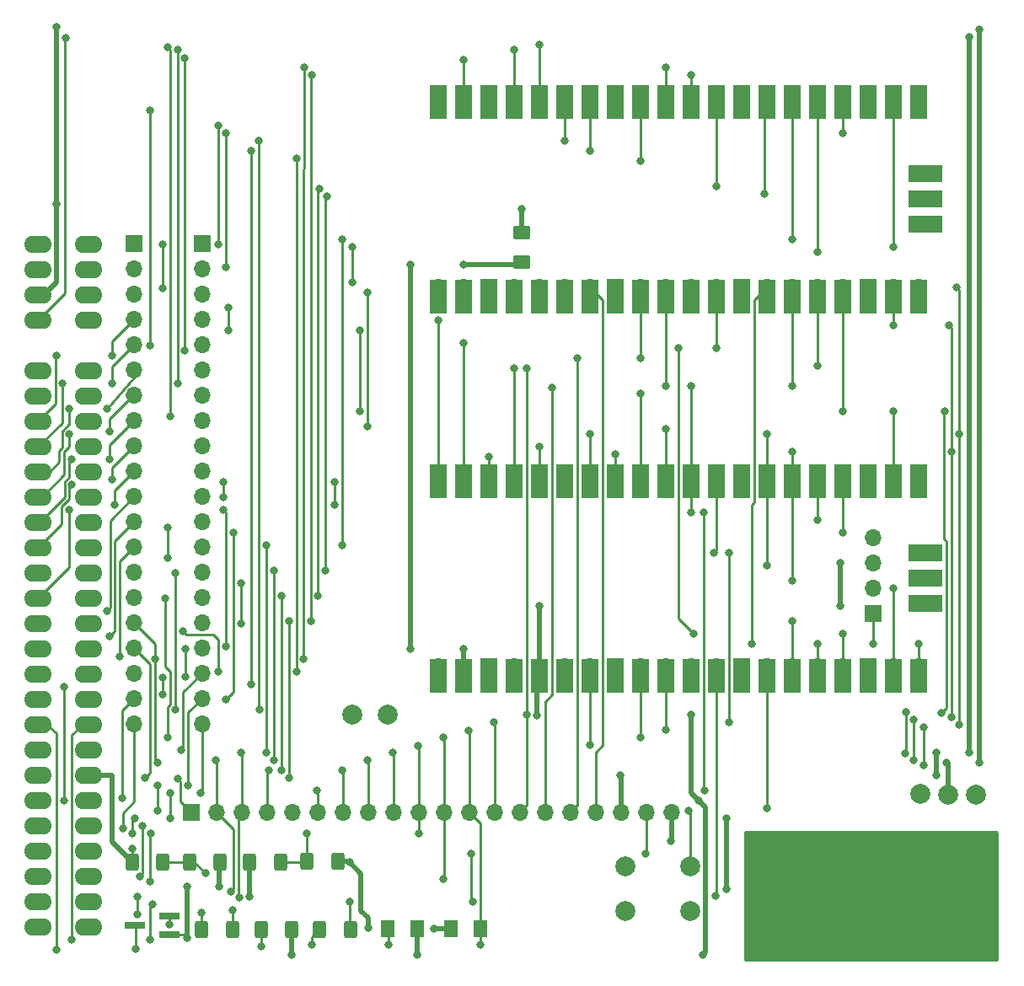
<source format=gbl>
%TF.GenerationSoftware,KiCad,Pcbnew,6.0.11-2627ca5db0~126~ubuntu22.04.1*%
%TF.CreationDate,2024-03-13T14:52:50+00:00*%
%TF.ProjectId,zx-spectrum-diagnostics,7a782d73-7065-4637-9472-756d2d646961,1.2*%
%TF.SameCoordinates,Original*%
%TF.FileFunction,Copper,L2,Bot*%
%TF.FilePolarity,Positive*%
%FSLAX46Y46*%
G04 Gerber Fmt 4.6, Leading zero omitted, Abs format (unit mm)*
G04 Created by KiCad (PCBNEW 6.0.11-2627ca5db0~126~ubuntu22.04.1) date 2024-03-13 14:52:50*
%MOMM*%
%LPD*%
G01*
G04 APERTURE LIST*
G04 Aperture macros list*
%AMRoundRect*
0 Rectangle with rounded corners*
0 $1 Rounding radius*
0 $2 $3 $4 $5 $6 $7 $8 $9 X,Y pos of 4 corners*
0 Add a 4 corners polygon primitive as box body*
4,1,4,$2,$3,$4,$5,$6,$7,$8,$9,$2,$3,0*
0 Add four circle primitives for the rounded corners*
1,1,$1+$1,$2,$3*
1,1,$1+$1,$4,$5*
1,1,$1+$1,$6,$7*
1,1,$1+$1,$8,$9*
0 Add four rect primitives between the rounded corners*
20,1,$1+$1,$2,$3,$4,$5,0*
20,1,$1+$1,$4,$5,$6,$7,0*
20,1,$1+$1,$6,$7,$8,$9,0*
20,1,$1+$1,$8,$9,$2,$3,0*%
G04 Aperture macros list end*
%TA.AperFunction,ComponentPad*%
%ADD10C,2.000000*%
%TD*%
%TA.AperFunction,ComponentPad*%
%ADD11R,1.700000X1.700000*%
%TD*%
%TA.AperFunction,ComponentPad*%
%ADD12O,1.700000X1.700000*%
%TD*%
%TA.AperFunction,ComponentPad*%
%ADD13O,2.800000X1.727200*%
%TD*%
%TA.AperFunction,SMDPad,CuDef*%
%ADD14RoundRect,0.250000X-0.400000X-0.625000X0.400000X-0.625000X0.400000X0.625000X-0.400000X0.625000X0*%
%TD*%
%TA.AperFunction,SMDPad,CuDef*%
%ADD15RoundRect,0.250000X0.400000X0.625000X-0.400000X0.625000X-0.400000X-0.625000X0.400000X-0.625000X0*%
%TD*%
%TA.AperFunction,SMDPad,CuDef*%
%ADD16R,2.000000X0.650000*%
%TD*%
%TA.AperFunction,SMDPad,CuDef*%
%ADD17RoundRect,0.250001X0.462499X0.624999X-0.462499X0.624999X-0.462499X-0.624999X0.462499X-0.624999X0*%
%TD*%
%TA.AperFunction,SMDPad,CuDef*%
%ADD18RoundRect,0.250001X0.624999X-0.462499X0.624999X0.462499X-0.624999X0.462499X-0.624999X-0.462499X0*%
%TD*%
%TA.AperFunction,SMDPad,CuDef*%
%ADD19R,1.700000X3.500000*%
%TD*%
%TA.AperFunction,SMDPad,CuDef*%
%ADD20R,3.500000X1.700000*%
%TD*%
%TA.AperFunction,ViaPad*%
%ADD21C,0.800000*%
%TD*%
%TA.AperFunction,Conductor*%
%ADD22C,0.500000*%
%TD*%
%TA.AperFunction,Conductor*%
%ADD23C,0.250000*%
%TD*%
G04 APERTURE END LIST*
D10*
%TO.P,,1*%
%TO.N,P1_BLIPPER*%
X109220000Y-128778000D03*
%TD*%
%TO.P,,1*%
%TO.N,3V3_PICO1*%
X166270000Y-136750000D03*
%TD*%
%TO.P,,1*%
%TO.N,GND*%
X171850000Y-136810000D03*
%TD*%
D11*
%TO.P,J101,1,Pin_1*%
%TO.N,OLED_SDA*%
X161544000Y-118608000D03*
D12*
%TO.P,J101,2,Pin_2*%
%TO.N,OLED_SCK*%
X161544000Y-116068000D03*
%TO.P,J101,3,Pin_3*%
%TO.N,3V3_PICO1*%
X161544000Y-113528000D03*
%TO.P,J101,4,Pin_4*%
%TO.N,GND*%
X161544000Y-110988000D03*
%TD*%
D10*
%TO.P,SW101,1,A*%
%TO.N,GND*%
X143138000Y-148524000D03*
X136638000Y-148524000D03*
%TO.P,SW101,2,B*%
%TO.N,INPUT1*%
X136638000Y-144024000D03*
X143138000Y-144024000D03*
%TD*%
D13*
%TO.P,Z101,A1,A15*%
%TO.N,ZXA15*%
X82738000Y-81504000D03*
%TO.P,Z101,A2,A13*%
%TO.N,ZXA13*%
X82738000Y-84044000D03*
%TO.P,Z101,A3,D7*%
%TO.N,ZXD7*%
X82738000Y-86584000D03*
%TO.P,Z101,A4,NC*%
%TO.N,unconnected-(Z101-PadA4)*%
X82738000Y-89124000D03*
%TO.P,Z101,A6,D0*%
%TO.N,ZXD0*%
X82738000Y-94204000D03*
%TO.P,Z101,A7,D1*%
%TO.N,ZXD1*%
X82738000Y-96744000D03*
%TO.P,Z101,A8,D2*%
%TO.N,ZXD2*%
X82738000Y-99284000D03*
%TO.P,Z101,A9,D6*%
%TO.N,ZXD6*%
X82738000Y-101824000D03*
%TO.P,Z101,A10,D5*%
%TO.N,ZXD5*%
X82738000Y-104364000D03*
%TO.P,Z101,A11,D3*%
%TO.N,ZXD3*%
X82738000Y-106904000D03*
%TO.P,Z101,A12,D4*%
%TO.N,ZXD4*%
X82738000Y-109444000D03*
%TO.P,Z101,A13,~{INT}*%
%TO.N,ZXINT*%
X82738000Y-111984000D03*
%TO.P,Z101,A14,~{NMI}*%
%TO.N,ZXNMI*%
X82738000Y-114524000D03*
%TO.P,Z101,A15,~{HALT}*%
%TO.N,ZXHALT*%
X82738000Y-117064000D03*
%TO.P,Z101,A16,~{MREQ}*%
%TO.N,ZXMREQ*%
X82738000Y-119604000D03*
%TO.P,Z101,A17,~{IORQ}*%
%TO.N,ZXIORQ*%
X82738000Y-122144000D03*
%TO.P,Z101,A18,~{RD}*%
%TO.N,ZXRD*%
X82738000Y-124684000D03*
%TO.P,Z101,A19,~{WR}*%
%TO.N,ZXWR*%
X82738000Y-127224000D03*
%TO.P,Z101,A20,-5V*%
%TO.N,ZXMIN5V*%
X82738000Y-129764000D03*
%TO.P,Z101,A21,~{WAIT}*%
%TO.N,ZXWAIT*%
X82738000Y-132304000D03*
%TO.P,Z101,A22,+12V*%
%TO.N,ZX12V*%
X82738000Y-134844000D03*
%TO.P,Z101,A23,+12VAC*%
%TO.N,ZX12VAC*%
X82738000Y-137384000D03*
%TO.P,Z101,A24,~{M1}*%
%TO.N,ZXM1*%
X82738000Y-139924000D03*
%TO.P,Z101,A25,~{RFSH}*%
%TO.N,ZXRFSH*%
X82738000Y-142464000D03*
%TO.P,Z101,A26,A8*%
%TO.N,ZXA8*%
X82738000Y-145004000D03*
%TO.P,Z101,A27,A10*%
%TO.N,ZXA10*%
X82738000Y-147544000D03*
%TO.P,Z101,A28,NC*%
%TO.N,unconnected-(Z101-PadA28)*%
X82738000Y-150084000D03*
%TO.P,Z101,B1,A14*%
%TO.N,ZXA14*%
X77658000Y-81504000D03*
%TO.P,Z101,B2,A12*%
%TO.N,ZXA12*%
X77658000Y-84044000D03*
%TO.P,Z101,B3,+5v*%
%TO.N,+5V*%
X77658000Y-86584000D03*
%TO.P,Z101,B4,+9V*%
%TO.N,ZX9V*%
X77658000Y-89124000D03*
%TO.P,Z101,B6,GND*%
%TO.N,GND*%
X77658000Y-94204000D03*
%TO.P,Z101,B7,GND*%
X77658000Y-96744000D03*
%TO.P,Z101,B8,CLK*%
%TO.N,ZXCLK*%
X77658000Y-99284000D03*
%TO.P,Z101,B9,A0*%
%TO.N,ZXA0*%
X77658000Y-101824000D03*
%TO.P,Z101,B10,A1*%
%TO.N,ZXA1*%
X77658000Y-104364000D03*
%TO.P,Z101,B11,A2*%
%TO.N,ZXA2*%
X77658000Y-106904000D03*
%TO.P,Z101,B12,A3*%
%TO.N,ZXA3*%
X77658000Y-109444000D03*
%TO.P,Z101,B13,~{IORQGE}*%
%TO.N,ZXIORQGE*%
X77658000Y-111984000D03*
%TO.P,Z101,B14,GND*%
%TO.N,GND*%
X77658000Y-114524000D03*
%TO.P,Z101,B15,VIDEO*%
%TO.N,ZXVIDEO*%
X77658000Y-117064000D03*
%TO.P,Z101,B16,Y*%
%TO.N,ZXY*%
X77658000Y-119604000D03*
%TO.P,Z101,B17,V*%
%TO.N,ZXV*%
X77658000Y-122144000D03*
%TO.P,Z101,B18,U*%
%TO.N,ZXU*%
X77658000Y-124684000D03*
%TO.P,Z101,B19,~{BUSRQ}*%
%TO.N,ZXBUSRQ*%
X77658000Y-127224000D03*
%TO.P,Z101,B20,~{RESET}*%
%TO.N,ZXRESET*%
X77658000Y-129764000D03*
%TO.P,Z101,B21,A7*%
%TO.N,ZXA7*%
X77658000Y-132304000D03*
%TO.P,Z101,B22,A6*%
%TO.N,ZXA6*%
X77658000Y-134844000D03*
%TO.P,Z101,B23,A5*%
%TO.N,ZXA5*%
X77658000Y-137384000D03*
%TO.P,Z101,B24,A4*%
%TO.N,ZXA4*%
X77658000Y-139924000D03*
%TO.P,Z101,B25,~{ROMCS}*%
%TO.N,ZXROMCS*%
X77658000Y-142464000D03*
%TO.P,Z101,B26,~{BUSACK}*%
%TO.N,ZXBUSACK*%
X77658000Y-145004000D03*
%TO.P,Z101,B27,A9*%
%TO.N,ZXA9*%
X77658000Y-147544000D03*
%TO.P,Z101,B28,A11*%
%TO.N,ZXA11*%
X77658000Y-150084000D03*
%TD*%
D10*
%TO.P,,1*%
%TO.N,+5V*%
X169050000Y-136800000D03*
%TD*%
%TO.P,,1*%
%TO.N,P2_BLIPPER*%
X112776000Y-128778000D03*
%TD*%
D11*
%TO.P,J203,1,Pin_1*%
%TO.N,ZXA14*%
X87285000Y-81470000D03*
D12*
%TO.P,J203,2,Pin_2*%
%TO.N,ZXA12*%
X87285000Y-84010000D03*
%TO.P,J203,3,Pin_3*%
%TO.N,+5V*%
X87285000Y-86550000D03*
%TO.P,J203,4,Pin_4*%
%TO.N,ZXCLK*%
X87285000Y-89090000D03*
%TO.P,J203,5,Pin_5*%
%TO.N,ZXA0*%
X87285000Y-91630000D03*
%TO.P,J203,6,Pin_6*%
%TO.N,ZXA1*%
X87285000Y-94170000D03*
%TO.P,J203,7,Pin_7*%
%TO.N,ZXA2*%
X87285000Y-96710000D03*
%TO.P,J203,8,Pin_8*%
%TO.N,ZXA3*%
X87285000Y-99250000D03*
%TO.P,J203,9,Pin_9*%
%TO.N,ZXIORQGE*%
X87285000Y-101790000D03*
%TO.P,J203,10,Pin_10*%
%TO.N,ZXVIDEO*%
X87285000Y-104330000D03*
%TO.P,J203,11,Pin_11*%
%TO.N,ZXY*%
X87285000Y-106870000D03*
%TO.P,J203,12,Pin_12*%
%TO.N,ZXV*%
X87285000Y-109410000D03*
%TO.P,J203,13,Pin_13*%
%TO.N,ZXU*%
X87285000Y-111950000D03*
%TO.P,J203,14,Pin_14*%
%TO.N,ZXBUSRQ*%
X87285000Y-114490000D03*
%TO.P,J203,15,Pin_15*%
%TO.N,ZXRESET*%
X87285000Y-117030000D03*
%TO.P,J203,16,Pin_16*%
%TO.N,ZXA7*%
X87285000Y-119570000D03*
%TO.P,J203,17,Pin_17*%
%TO.N,ZXA6*%
X87285000Y-122110000D03*
%TO.P,J203,18,Pin_18*%
%TO.N,ZXA5*%
X87285000Y-124650000D03*
%TO.P,J203,19,Pin_19*%
%TO.N,ZXA4*%
X87285000Y-127190000D03*
%TO.P,J203,20,Pin_20*%
%TO.N,ZXROMCS*%
X87285000Y-129730000D03*
%TD*%
D14*
%TO.P,R106,1*%
%TO.N,12V_DIV*%
X92820000Y-143560000D03*
%TO.P,R106,2*%
%TO.N,GND*%
X95920000Y-143560000D03*
%TD*%
D15*
%TO.P,R101,1*%
%TO.N,3V3_PICO1*%
X103140000Y-150330000D03*
%TO.P,R101,2*%
%TO.N,MIN5V_DIV*%
X100040000Y-150330000D03*
%TD*%
D11*
%TO.P,J202,1,Pin_1*%
%TO.N,ZXA8*%
X92990000Y-138565000D03*
D12*
%TO.P,J202,2,Pin_2*%
%TO.N,ZXA10*%
X95530000Y-138565000D03*
%TO.P,J202,3,Pin_3*%
%TO.N,ZXA11*%
X98070000Y-138565000D03*
%TO.P,J202,4,Pin_4*%
%TO.N,ZXA9*%
X100610000Y-138565000D03*
%TO.P,J202,5,Pin_5*%
%TO.N,ZXBUSACK*%
X103150000Y-138565000D03*
%TO.P,J202,6,Pin_6*%
%TO.N,PICO_SIGNAL*%
X105690000Y-138565000D03*
%TO.P,J202,7,Pin_7*%
%TO.N,ZXMREQ*%
X108230000Y-138565000D03*
%TO.P,J202,8,Pin_8*%
%TO.N,ZXRD*%
X110770000Y-138565000D03*
%TO.P,J202,9,Pin_9*%
%TO.N,ZXCLK*%
X113310000Y-138565000D03*
%TO.P,J202,10,Pin_10*%
%TO.N,5V_DIV*%
X115850000Y-138565000D03*
%TO.P,J202,11,Pin_11*%
%TO.N,12V_DIV*%
X118390000Y-138565000D03*
%TO.P,J202,12,Pin_12*%
%TO.N,MIN5V_DIV*%
X120930000Y-138565000D03*
%TO.P,J202,13,Pin_13*%
%TO.N,P1_BLIPPER*%
X123470000Y-138565000D03*
%TO.P,J202,14,Pin_14*%
%TO.N,P2_BLIPPER*%
X126010000Y-138565000D03*
%TO.P,J202,15,Pin_15*%
%TO.N,P2_GPIO26*%
X128550000Y-138565000D03*
%TO.P,J202,16,Pin_16*%
%TO.N,P2_GPIO27*%
X131090000Y-138565000D03*
%TO.P,J202,17,Pin_17*%
%TO.N,P2_GPIO28*%
X133630000Y-138565000D03*
%TO.P,J202,18,Pin_18*%
%TO.N,ZX9V*%
X136170000Y-138565000D03*
%TO.P,J202,19,Pin_19*%
%TO.N,ZXMIN5V*%
X138710000Y-138565000D03*
%TO.P,J202,20,Pin_20*%
%TO.N,ZX12V*%
X141250000Y-138565000D03*
%TD*%
D16*
%TO.P,Q101,1,B*%
%TO.N,Net-(Q101-Pad1)*%
X90790000Y-148980000D03*
%TO.P,Q101,2,E*%
%TO.N,GND*%
X90790000Y-150880000D03*
%TO.P,Q101,3,C*%
%TO.N,ZXRESET*%
X87370000Y-149930000D03*
%TD*%
D17*
%TO.P,D102,1,K*%
%TO.N,3V3_PICO1*%
X115747500Y-150290000D03*
%TO.P,D102,2,A*%
%TO.N,MIN5V_DIV*%
X112772500Y-150290000D03*
%TD*%
D14*
%TO.P,R102,1*%
%TO.N,MIN5V_DIV*%
X105900000Y-150320000D03*
%TO.P,R102,2*%
%TO.N,ZXMIN5V*%
X109000000Y-150320000D03*
%TD*%
D15*
%TO.P,R103,1*%
%TO.N,5V_DIV*%
X101990000Y-143590000D03*
%TO.P,R103,2*%
%TO.N,+5V*%
X98890000Y-143590000D03*
%TD*%
%TO.P,R107,1*%
%TO.N,PICO_RESET_Z80*%
X97170000Y-150370000D03*
%TO.P,R107,2*%
%TO.N,Net-(Q101-Pad1)*%
X94070000Y-150370000D03*
%TD*%
D18*
%TO.P,D101,1,K*%
%TO.N,PICO_PWR*%
X126238000Y-83275500D03*
%TO.P,D101,2,A*%
%TO.N,+5V*%
X126238000Y-80300500D03*
%TD*%
D19*
%TO.P,U102,1,GPIO0*%
%TO.N,ZXA0*%
X117856000Y-67172000D03*
D12*
X117856000Y-68072000D03*
%TO.P,U102,2,GPIO1*%
%TO.N,ZXA1*%
X120396000Y-68072000D03*
D19*
X120396000Y-67172000D03*
D11*
%TO.P,U102,3,GND*%
%TO.N,GND*%
X122936000Y-68072000D03*
D19*
X122936000Y-67172000D03*
%TO.P,U102,4,GPIO2*%
%TO.N,ZXA2*%
X125476000Y-67172000D03*
D12*
X125476000Y-68072000D03*
D19*
%TO.P,U102,5,GPIO3*%
%TO.N,ZXA3*%
X128016000Y-67172000D03*
D12*
X128016000Y-68072000D03*
D19*
%TO.P,U102,6,GPIO4*%
%TO.N,ZXA4*%
X130556000Y-67172000D03*
D12*
X130556000Y-68072000D03*
%TO.P,U102,7,GPIO5*%
%TO.N,ZXA5*%
X133096000Y-68072000D03*
D19*
X133096000Y-67172000D03*
%TO.P,U102,8,GND*%
%TO.N,GND*%
X135636000Y-67172000D03*
D11*
X135636000Y-68072000D03*
D12*
%TO.P,U102,9,GPIO6*%
%TO.N,ZXA6*%
X138176000Y-68072000D03*
D19*
X138176000Y-67172000D03*
D12*
%TO.P,U102,10,GPIO7*%
%TO.N,ZXA7*%
X140716000Y-68072000D03*
D19*
X140716000Y-67172000D03*
D12*
%TO.P,U102,11,GPIO8*%
%TO.N,ZXA8*%
X143256000Y-68072000D03*
D19*
X143256000Y-67172000D03*
%TO.P,U102,12,GPIO9*%
%TO.N,ZXA9*%
X145796000Y-67172000D03*
D12*
X145796000Y-68072000D03*
D11*
%TO.P,U102,13,GND*%
%TO.N,GND*%
X148336000Y-68072000D03*
D19*
X148336000Y-67172000D03*
%TO.P,U102,14,GPIO10*%
%TO.N,ZXA10*%
X150876000Y-67172000D03*
D12*
X150876000Y-68072000D03*
D19*
%TO.P,U102,15,GPIO11*%
%TO.N,ZXA11*%
X153416000Y-67172000D03*
D12*
X153416000Y-68072000D03*
D19*
%TO.P,U102,16,GPIO12*%
%TO.N,ZXA12*%
X155956000Y-67172000D03*
D12*
X155956000Y-68072000D03*
%TO.P,U102,17,GPIO13*%
%TO.N,ZXA13*%
X158496000Y-68072000D03*
D19*
X158496000Y-67172000D03*
D11*
%TO.P,U102,18,GND*%
%TO.N,GND*%
X161036000Y-68072000D03*
D19*
X161036000Y-67172000D03*
D12*
%TO.P,U102,19,GPIO14*%
%TO.N,ZXA14*%
X163576000Y-68072000D03*
D19*
X163576000Y-67172000D03*
%TO.P,U102,20,GPIO15*%
%TO.N,ZXA15*%
X166116000Y-67172000D03*
D12*
X166116000Y-68072000D03*
%TO.P,U102,21,GPIO16*%
%TO.N,ZXMREQ*%
X166116000Y-85852000D03*
D19*
X166116000Y-86752000D03*
D12*
%TO.P,U102,22,GPIO17*%
%TO.N,ZXRD*%
X163576000Y-85852000D03*
D19*
X163576000Y-86752000D03*
%TO.P,U102,23,GND*%
%TO.N,GND*%
X161036000Y-86752000D03*
D11*
X161036000Y-85852000D03*
D19*
%TO.P,U102,24,GPIO18*%
%TO.N,ZXCLK*%
X158496000Y-86752000D03*
D12*
X158496000Y-85852000D03*
D19*
%TO.P,U102,25,GPIO19*%
%TO.N,P2_BLIPPER*%
X155956000Y-86752000D03*
D12*
X155956000Y-85852000D03*
D19*
%TO.P,U102,26,GPIO20*%
%TO.N,PICO_SIGNAL*%
X153416000Y-86752000D03*
D12*
X153416000Y-85852000D03*
D19*
%TO.P,U102,27,GPIO21*%
%TO.N,P2_LINKIN*%
X150876000Y-86752000D03*
D12*
X150876000Y-85852000D03*
D11*
%TO.P,U102,28,GND*%
%TO.N,GND*%
X148336000Y-85852000D03*
D19*
X148336000Y-86752000D03*
D12*
%TO.P,U102,29,GPIO22*%
%TO.N,P2_LINKOUT*%
X145796000Y-85852000D03*
D19*
X145796000Y-86752000D03*
D12*
%TO.P,U102,30,RUN*%
%TO.N,unconnected-(U102-Pad30)*%
X143256000Y-85852000D03*
D19*
X143256000Y-86752000D03*
%TO.P,U102,31,GPIO26_ADC0*%
%TO.N,P2_GPIO26*%
X140716000Y-86752000D03*
D12*
X140716000Y-85852000D03*
%TO.P,U102,32,GPIO27_ADC1*%
%TO.N,P2_GPIO27*%
X138176000Y-85852000D03*
D19*
X138176000Y-86752000D03*
%TO.P,U102,33,AGND*%
%TO.N,GND*%
X135636000Y-86752000D03*
D11*
X135636000Y-85852000D03*
D12*
%TO.P,U102,34,GPIO28_ADC2*%
%TO.N,P2_GPIO28*%
X133096000Y-85852000D03*
D19*
X133096000Y-86752000D03*
D12*
%TO.P,U102,35,ADC_VREF*%
%TO.N,unconnected-(U102-Pad35)*%
X130556000Y-85852000D03*
D19*
X130556000Y-86752000D03*
%TO.P,U102,36,3V3*%
%TO.N,3V3_PICO2*%
X128016000Y-86752000D03*
D12*
X128016000Y-85852000D03*
%TO.P,U102,37,3V3_EN*%
%TO.N,unconnected-(U102-Pad37)*%
X125476000Y-85852000D03*
D19*
X125476000Y-86752000D03*
%TO.P,U102,38,GND*%
%TO.N,GND*%
X122936000Y-86752000D03*
D11*
X122936000Y-85852000D03*
D19*
%TO.P,U102,39,VSYS*%
%TO.N,PICO_PWR*%
X120396000Y-86752000D03*
D12*
X120396000Y-85852000D03*
%TO.P,U102,40,VBUS*%
%TO.N,unconnected-(U102-Pad40)*%
X117856000Y-85852000D03*
D19*
X117856000Y-86752000D03*
D12*
%TO.P,U102,41,SWCLK*%
%TO.N,P2_SWCLK*%
X165886000Y-74422000D03*
D20*
X166786000Y-74422000D03*
D11*
%TO.P,U102,42,GND*%
%TO.N,GND*%
X165886000Y-76962000D03*
D20*
X166786000Y-76962000D03*
%TO.P,U102,43,SWDIO*%
%TO.N,P2_SWDIO*%
X166786000Y-79502000D03*
D12*
X165886000Y-79502000D03*
%TD*%
D17*
%TO.P,D103,1,K*%
%TO.N,MIN5V_DIV*%
X122057500Y-150270000D03*
%TO.P,D103,2,A*%
%TO.N,GND*%
X119082500Y-150270000D03*
%TD*%
D19*
%TO.P,U101,1,GPIO0*%
%TO.N,ZXD0*%
X117856000Y-105272000D03*
D12*
X117856000Y-106172000D03*
D19*
%TO.P,U101,2,GPIO1*%
%TO.N,ZXD1*%
X120396000Y-105272000D03*
D12*
X120396000Y-106172000D03*
D19*
%TO.P,U101,3,GND*%
%TO.N,GND*%
X122936000Y-105272000D03*
D11*
X122936000Y-106172000D03*
D12*
%TO.P,U101,4,GPIO2*%
%TO.N,ZXD2*%
X125476000Y-106172000D03*
D19*
X125476000Y-105272000D03*
%TO.P,U101,5,GPIO3*%
%TO.N,ZXD3*%
X128016000Y-105272000D03*
D12*
X128016000Y-106172000D03*
%TO.P,U101,6,GPIO4*%
%TO.N,ZXD4*%
X130556000Y-106172000D03*
D19*
X130556000Y-105272000D03*
D12*
%TO.P,U101,7,GPIO5*%
%TO.N,ZXD5*%
X133096000Y-106172000D03*
D19*
X133096000Y-105272000D03*
%TO.P,U101,8,GND*%
%TO.N,GND*%
X135636000Y-105272000D03*
D11*
X135636000Y-106172000D03*
D19*
%TO.P,U101,9,GPIO6*%
%TO.N,ZXD6*%
X138176000Y-105272000D03*
D12*
X138176000Y-106172000D03*
%TO.P,U101,10,GPIO7*%
%TO.N,ZXD7*%
X140716000Y-106172000D03*
D19*
X140716000Y-105272000D03*
%TO.P,U101,11,GPIO8*%
%TO.N,PICO_SIGNAL*%
X143256000Y-105272000D03*
D12*
X143256000Y-106172000D03*
%TO.P,U101,12,GPIO9*%
%TO.N,P1_BLIPPER*%
X145796000Y-106172000D03*
D19*
X145796000Y-105272000D03*
%TO.P,U101,13,GND*%
%TO.N,GND*%
X148336000Y-105272000D03*
D11*
X148336000Y-106172000D03*
D19*
%TO.P,U101,14,GPIO10*%
%TO.N,ZXMREQ*%
X150876000Y-105272000D03*
D12*
X150876000Y-106172000D03*
D19*
%TO.P,U101,15,GPIO11*%
%TO.N,ZXRD*%
X153416000Y-105272000D03*
D12*
X153416000Y-106172000D03*
D19*
%TO.P,U101,16,GPIO12*%
%TO.N,ZXWR*%
X155956000Y-105272000D03*
D12*
X155956000Y-106172000D03*
D19*
%TO.P,U101,17,GPIO13*%
%TO.N,ZXM1*%
X158496000Y-105272000D03*
D12*
X158496000Y-106172000D03*
D19*
%TO.P,U101,18,GND*%
%TO.N,GND*%
X161036000Y-105272000D03*
D11*
X161036000Y-106172000D03*
D12*
%TO.P,U101,19,GPIO14*%
%TO.N,ZXCLK*%
X163576000Y-106172000D03*
D19*
X163576000Y-105272000D03*
%TO.P,U101,20,GPIO15*%
%TO.N,ZXINT*%
X166116000Y-105272000D03*
D12*
X166116000Y-106172000D03*
%TO.P,U101,21,GPIO16*%
%TO.N,OLED_SDA*%
X166116000Y-123952000D03*
D19*
X166116000Y-124852000D03*
D12*
%TO.P,U101,22,GPIO17*%
%TO.N,OLED_SCK*%
X163576000Y-123952000D03*
D19*
X163576000Y-124852000D03*
%TO.P,U101,23,GND*%
%TO.N,GND*%
X161036000Y-124852000D03*
D11*
X161036000Y-123952000D03*
D12*
%TO.P,U101,24,GPIO18*%
%TO.N,P2_LINKOUT*%
X158496000Y-123952000D03*
D19*
X158496000Y-124852000D03*
D12*
%TO.P,U101,25,GPIO19*%
%TO.N,P2_LINKIN*%
X155956000Y-123952000D03*
D19*
X155956000Y-124852000D03*
D12*
%TO.P,U101,26,GPIO20*%
%TO.N,ZXIORQ*%
X153416000Y-123952000D03*
D19*
X153416000Y-124852000D03*
D12*
%TO.P,U101,27,GPIO21*%
%TO.N,INPUT1*%
X150876000Y-123952000D03*
D19*
X150876000Y-124852000D03*
D11*
%TO.P,U101,28,GND*%
%TO.N,GND*%
X148336000Y-123952000D03*
D19*
X148336000Y-124852000D03*
D12*
%TO.P,U101,29,GPIO22*%
%TO.N,PICO_RESET_Z80*%
X145796000Y-123952000D03*
D19*
X145796000Y-124852000D03*
%TO.P,U101,30,RUN*%
%TO.N,unconnected-(U101-Pad30)*%
X143256000Y-124852000D03*
D12*
X143256000Y-123952000D03*
D19*
%TO.P,U101,31,GPIO26_ADC0*%
%TO.N,MIN5V_DIV*%
X140716000Y-124852000D03*
D12*
X140716000Y-123952000D03*
%TO.P,U101,32,GPIO27_ADC1*%
%TO.N,12V_DIV*%
X138176000Y-123952000D03*
D19*
X138176000Y-124852000D03*
%TO.P,U101,33,AGND*%
%TO.N,GND*%
X135636000Y-124852000D03*
D11*
X135636000Y-123952000D03*
D19*
%TO.P,U101,34,GPIO28_ADC2*%
%TO.N,5V_DIV*%
X133096000Y-124852000D03*
D12*
X133096000Y-123952000D03*
D19*
%TO.P,U101,35,ADC_VREF*%
%TO.N,unconnected-(U101-Pad35)*%
X130556000Y-124852000D03*
D12*
X130556000Y-123952000D03*
D19*
%TO.P,U101,36,3V3*%
%TO.N,3V3_PICO1*%
X128016000Y-124852000D03*
D12*
X128016000Y-123952000D03*
D19*
%TO.P,U101,37,3V3_EN*%
%TO.N,unconnected-(U101-Pad37)*%
X125476000Y-124852000D03*
D12*
X125476000Y-123952000D03*
D11*
%TO.P,U101,38,GND*%
%TO.N,GND*%
X122936000Y-123952000D03*
D19*
X122936000Y-124852000D03*
D12*
%TO.P,U101,39,VSYS*%
%TO.N,PICO_PWR*%
X120396000Y-123952000D03*
D19*
X120396000Y-124852000D03*
D12*
%TO.P,U101,40,VBUS*%
%TO.N,unconnected-(U101-Pad40)*%
X117856000Y-123952000D03*
D19*
X117856000Y-124852000D03*
D12*
%TO.P,U101,41,SWCLK*%
%TO.N,P1_SWCLK*%
X165886000Y-112522000D03*
D20*
X166786000Y-112522000D03*
%TO.P,U101,42,GND*%
%TO.N,GND*%
X166786000Y-115062000D03*
D11*
X165886000Y-115062000D03*
D20*
%TO.P,U101,43,SWDIO*%
%TO.N,P1_SWDIO*%
X166786000Y-117602000D03*
D12*
X165886000Y-117602000D03*
%TD*%
D14*
%TO.P,R104,1*%
%TO.N,5V_DIV*%
X104650000Y-143530000D03*
%TO.P,R104,2*%
%TO.N,GND*%
X107750000Y-143530000D03*
%TD*%
D15*
%TO.P,R105,1*%
%TO.N,12V_DIV*%
X90180000Y-143550000D03*
%TO.P,R105,2*%
%TO.N,ZX12V*%
X87080000Y-143550000D03*
%TD*%
D11*
%TO.P,J201,1,Pin_1*%
%TO.N,ZXA15*%
X94090000Y-81430000D03*
D12*
%TO.P,J201,2,Pin_2*%
%TO.N,ZXA13*%
X94090000Y-83970000D03*
%TO.P,J201,3,Pin_3*%
%TO.N,ZXD7*%
X94090000Y-86510000D03*
%TO.P,J201,4,Pin_4*%
%TO.N,ZXD0*%
X94090000Y-89050000D03*
%TO.P,J201,5,Pin_5*%
%TO.N,ZXD1*%
X94090000Y-91590000D03*
%TO.P,J201,6,Pin_6*%
%TO.N,ZXD2*%
X94090000Y-94130000D03*
%TO.P,J201,7,Pin_7*%
%TO.N,ZXD6*%
X94090000Y-96670000D03*
%TO.P,J201,8,Pin_8*%
%TO.N,ZXD5*%
X94090000Y-99210000D03*
%TO.P,J201,9,Pin_9*%
%TO.N,ZXD3*%
X94090000Y-101750000D03*
%TO.P,J201,10,Pin_10*%
%TO.N,ZXD4*%
X94090000Y-104290000D03*
%TO.P,J201,11,Pin_11*%
%TO.N,ZXINT*%
X94090000Y-106830000D03*
%TO.P,J201,12,Pin_12*%
%TO.N,ZXNMI*%
X94090000Y-109370000D03*
%TO.P,J201,13,Pin_13*%
%TO.N,ZXHALT*%
X94090000Y-111910000D03*
%TO.P,J201,14,Pin_14*%
%TO.N,ZXMREQ*%
X94090000Y-114450000D03*
%TO.P,J201,15,Pin_15*%
%TO.N,ZXIORQ*%
X94090000Y-116990000D03*
%TO.P,J201,16,Pin_16*%
%TO.N,ZXRD*%
X94090000Y-119530000D03*
%TO.P,J201,17,Pin_17*%
%TO.N,ZXWR*%
X94090000Y-122070000D03*
%TO.P,J201,18,Pin_18*%
%TO.N,ZXWAIT*%
X94090000Y-124610000D03*
%TO.P,J201,19,Pin_19*%
%TO.N,ZXM1*%
X94090000Y-127150000D03*
%TO.P,J201,20,Pin_20*%
%TO.N,ZXRFSH*%
X94090000Y-129690000D03*
%TD*%
D21*
%TO.N,GND*%
X161798000Y-152400000D03*
X161798000Y-141986000D03*
X150622000Y-141986000D03*
X150622000Y-152400000D03*
X172974000Y-152400000D03*
X172974000Y-141986000D03*
%TO.N,PICO_PWR*%
X115062000Y-83566000D03*
X120396000Y-83566000D03*
X120396000Y-122174000D03*
X115062000Y-122174000D03*
%TO.N,+5V*%
X98910000Y-147036000D03*
X126238000Y-77978000D03*
X172212000Y-59944000D03*
X168910000Y-133604000D03*
X146812000Y-139154500D03*
X79502000Y-77470000D03*
X79502000Y-59690000D03*
X172212000Y-133604000D03*
X146812000Y-146304000D03*
%TO.N,3V3_PICO1*%
X144018000Y-137414000D03*
X127762000Y-128815500D03*
X158242000Y-113538000D03*
X128016000Y-117856000D03*
X143256000Y-128778000D03*
X115758000Y-152878000D03*
X103124000Y-152908000D03*
X144460000Y-152878000D03*
X158242000Y-117856000D03*
%TO.N,MIN5V_DIV*%
X120904000Y-130339500D03*
X122060000Y-151910000D03*
X112810000Y-151892000D03*
X140716000Y-130302000D03*
X105130000Y-151892000D03*
X100070000Y-152060000D03*
%TO.N,GND*%
X108903000Y-143573000D03*
X117450000Y-150290000D03*
X92580000Y-146050000D03*
X95850000Y-146050000D03*
X92580000Y-151160000D03*
X122936000Y-102870000D03*
X110770000Y-150180000D03*
X135636000Y-102616000D03*
%TO.N,OLED_SDA*%
X166116000Y-121666000D03*
X161544000Y-121666000D03*
%TO.N,OLED_SCK*%
X163576000Y-116078000D03*
%TO.N,ZXMIN5V*%
X121333000Y-147574000D03*
X88900000Y-151384000D03*
X89110000Y-147828000D03*
X81026000Y-151384000D03*
X108970000Y-147580000D03*
X138684000Y-142748000D03*
X121158000Y-142748000D03*
%TO.N,5V_DIV*%
X133096000Y-131826000D03*
X104648000Y-140716000D03*
X115880000Y-140716000D03*
X115824000Y-131863500D03*
%TO.N,12V_DIV*%
X118364000Y-145300000D03*
X138176000Y-131064000D03*
X118364000Y-131064000D03*
X94440000Y-144720000D03*
%TO.N,ZX12V*%
X87122000Y-142202500D03*
X141224000Y-141478000D03*
%TO.N,P2_LINKOUT*%
X145796000Y-91948000D03*
X158496000Y-120650000D03*
X141986000Y-91948000D03*
X143510000Y-120650000D03*
%TO.N,P2_LINKIN*%
X149352000Y-121666000D03*
X155956000Y-121666000D03*
%TO.N,PICO_SIGNAL*%
X105664000Y-136398000D03*
X143256000Y-95758000D03*
X143256000Y-108458000D03*
X144573397Y-136398000D03*
X153416000Y-95758000D03*
X144526000Y-108458000D03*
%TO.N,P1_BLIPPER*%
X123444000Y-129540000D03*
X147066000Y-112522000D03*
X145542000Y-112522000D03*
X147066000Y-129540000D03*
%TO.N,P2_BLIPPER*%
X126746000Y-93980000D03*
X155956000Y-93726000D03*
X126746000Y-128778000D03*
%TO.N,P2_GPIO26*%
X129286000Y-95945500D03*
X140716000Y-95758000D03*
%TO.N,P2_GPIO27*%
X131826000Y-92964000D03*
X138176000Y-92964000D03*
%TO.N,ZXVIDEO*%
X85344000Y-107696000D03*
X80772000Y-108204000D03*
%TO.N,ZXY*%
X84582000Y-118364000D03*
%TO.N,ZXV*%
X84836000Y-120904000D03*
%TO.N,ZXU*%
X85852000Y-122936000D03*
%TO.N,ZXBUSRQ*%
X91402500Y-128270000D03*
X91438701Y-114554000D03*
%TO.N,ZXRESET*%
X90424000Y-117094000D03*
X79502000Y-152350000D03*
X90678000Y-131064000D03*
X87430000Y-152300000D03*
%TO.N,ZXA7*%
X104394000Y-63754000D03*
X140716000Y-63754000D03*
X104319000Y-123190000D03*
X89408000Y-123190000D03*
X89634500Y-133604000D03*
%TO.N,ZXA6*%
X103594500Y-124460000D03*
X103632000Y-72860500D03*
X92202000Y-120396000D03*
X88392000Y-135128000D03*
X138176000Y-73152000D03*
X95758000Y-124460000D03*
%TO.N,ZXA5*%
X99060000Y-125730000D03*
X99060000Y-72136000D03*
X133096000Y-72136000D03*
X80264000Y-125984000D03*
X80264000Y-137414000D03*
%TO.N,ZXA4*%
X86106000Y-137160000D03*
X99859500Y-128270000D03*
X130556000Y-71120000D03*
X99822000Y-71120000D03*
%TO.N,ZXROMCS*%
X86127500Y-140208000D03*
%TO.N,ZXA9*%
X100838000Y-134366000D03*
X102108000Y-116840000D03*
X88900000Y-145542000D03*
X145796000Y-75692000D03*
X105918000Y-75946000D03*
X105768000Y-116840000D03*
X88969636Y-140678500D03*
X102108000Y-134366000D03*
%TO.N,ZXA11*%
X97890214Y-147124596D03*
X153416000Y-81026000D03*
X108204000Y-111760000D03*
X108204000Y-81026000D03*
X87630000Y-148844000D03*
X98044000Y-132588000D03*
X87630000Y-147066000D03*
X100584000Y-132588000D03*
X100584000Y-111760000D03*
%TO.N,ZXIORQGE*%
X85090000Y-105156000D03*
X81026000Y-105664000D03*
%TO.N,ZXA3*%
X90930701Y-98804701D03*
X84836000Y-103124000D03*
X90678000Y-61722000D03*
X81026000Y-103124000D03*
X128016000Y-61468000D03*
%TO.N,ZXA2*%
X125476000Y-61976000D03*
X80772000Y-100584000D03*
X91655201Y-61979000D03*
X91655201Y-95511299D03*
X84836000Y-100330000D03*
%TO.N,ZXA1*%
X92379701Y-92202000D03*
X120396000Y-62992000D03*
X84582000Y-98044000D03*
X80772000Y-98044000D03*
X92379701Y-62789969D03*
%TO.N,ZXA0*%
X88900000Y-68072000D03*
X88900000Y-91694000D03*
X80107500Y-95504000D03*
X85090000Y-95504000D03*
%TO.N,ZXCLK*%
X168693500Y-98249000D03*
X109982000Y-98298000D03*
X163576000Y-98298000D03*
X96774000Y-90170000D03*
X79502000Y-92710000D03*
X96774000Y-87884000D03*
X164776364Y-132625500D03*
X109982000Y-90170000D03*
X158496000Y-98298000D03*
X85090000Y-92710000D03*
X168402000Y-128561500D03*
X164846000Y-128524000D03*
X113284000Y-132588000D03*
%TO.N,ZX9V*%
X136144000Y-134874000D03*
X167894000Y-134874000D03*
X80439403Y-60793903D03*
X171196000Y-60668500D03*
X171196000Y-132588000D03*
X167894000Y-132588000D03*
%TO.N,ZXA12*%
X155956000Y-82296000D03*
%TO.N,ZXA14*%
X90170000Y-81534000D03*
X109220000Y-85344000D03*
X90170000Y-85909500D03*
X163576000Y-81788000D03*
X109220000Y-81788000D03*
%TO.N,ZXA15*%
X95758000Y-69596000D03*
X95758000Y-81534000D03*
%TO.N,ZXA13*%
X158496000Y-70358000D03*
X96520000Y-83820000D03*
X96520000Y-70358000D03*
%TO.N,ZXD7*%
X110744000Y-86360000D03*
X140716000Y-100076000D03*
X110744000Y-99822000D03*
%TO.N,ZXD0*%
X117856000Y-89154000D03*
%TO.N,ZXD1*%
X120396000Y-91440000D03*
%TO.N,ZXD2*%
X125476000Y-93980000D03*
%TO.N,ZXD6*%
X138176000Y-96520000D03*
%TO.N,ZXD5*%
X133096000Y-100546500D03*
%TO.N,ZXD3*%
X128016000Y-101854000D03*
%TO.N,ZXD4*%
X130556000Y-104140000D03*
%TO.N,ZXINT*%
X107442000Y-105410000D03*
X107442000Y-107696000D03*
X96266000Y-105410000D03*
X96266000Y-106934000D03*
%TO.N,ZXA10*%
X150622000Y-76454000D03*
X106680000Y-76708000D03*
X106492500Y-114300000D03*
X97028000Y-146540500D03*
X101346000Y-114300000D03*
X95504000Y-133350000D03*
X101346000Y-133350000D03*
%TO.N,ZXA8*%
X102870000Y-135128000D03*
X102870000Y-119380000D03*
X143256000Y-64516000D03*
X105043500Y-119380000D03*
X87884000Y-145034000D03*
X105156000Y-64516000D03*
X91694000Y-135165500D03*
X88138000Y-139954000D03*
%TO.N,ZXRFSH*%
X93980000Y-136652000D03*
X90932000Y-136652000D03*
X87376000Y-139192000D03*
X87122000Y-140716000D03*
X90932000Y-139192000D03*
%TO.N,ZXM1*%
X92710000Y-135890000D03*
X89662000Y-138430000D03*
X158496000Y-110490000D03*
X89662000Y-135890000D03*
X96520000Y-127254000D03*
X97282000Y-110490000D03*
%TO.N,ZXWAIT*%
X91985500Y-132334000D03*
%TO.N,ZXWR*%
X155956000Y-109220000D03*
X92464952Y-122182952D03*
X96266000Y-108204000D03*
X96520000Y-121920000D03*
X90132500Y-126746000D03*
X90132500Y-125041470D03*
X92456000Y-124968000D03*
%TO.N,ZXRD*%
X110744000Y-133350000D03*
X165608000Y-133350000D03*
X153416000Y-102362000D03*
X163576000Y-89662000D03*
X169418000Y-102362000D03*
X169418000Y-129032000D03*
X153416000Y-115316000D03*
X98044000Y-115570000D03*
X165608000Y-129286000D03*
X98044000Y-119634000D03*
X169164000Y-89662000D03*
%TO.N,ZXIORQ*%
X153416000Y-119380000D03*
%TO.N,ZXMREQ*%
X169926000Y-85852000D03*
X166624000Y-130048000D03*
X150876000Y-100584000D03*
X170180000Y-129794000D03*
X150876000Y-113792000D03*
X108204000Y-134366000D03*
X166624000Y-133858000D03*
X170180000Y-100584000D03*
%TO.N,ZXNMI*%
X90678000Y-109986299D03*
X90678000Y-113030000D03*
%TO.N,Net-(Q101-Pad1)*%
X94010000Y-148680000D03*
X90810000Y-149860000D03*
%TO.N,PICO_RESET_Z80*%
X145730000Y-146930000D03*
X97170000Y-148440000D03*
%TO.N,INPUT1*%
X143002000Y-138430000D03*
X150876000Y-138176000D03*
%TD*%
D22*
%TO.N,PICO_PWR*%
X120396000Y-122174000D02*
X120396000Y-123952000D01*
X120396000Y-83566000D02*
X125947500Y-83566000D01*
X115062000Y-83566000D02*
X115062000Y-122174000D01*
%TO.N,+5V*%
X79502000Y-77470000D02*
X79502000Y-80953889D01*
X79508000Y-80959889D02*
X79508000Y-85302000D01*
X79502000Y-80953889D02*
X79508000Y-80959889D01*
X169050000Y-133744000D02*
X169050000Y-136800000D01*
X98910000Y-143610000D02*
X98910000Y-147036000D01*
X146812000Y-146304000D02*
X146812000Y-139154500D01*
D23*
X168910000Y-133604000D02*
X169050000Y-133744000D01*
D22*
X172212000Y-59944000D02*
X172212000Y-133604000D01*
X79508000Y-85302000D02*
X78420000Y-86390000D01*
X79502000Y-59690000D02*
X79502000Y-77470000D01*
X126238000Y-77978000D02*
X126238000Y-80300500D01*
%TO.N,3V3_PICO1*%
X144018000Y-137414000D02*
X143256000Y-136652000D01*
X143256000Y-136652000D02*
X143256000Y-128778000D01*
X158242000Y-117856000D02*
X158242000Y-113792000D01*
D23*
X115747500Y-152867500D02*
X115758000Y-152878000D01*
D22*
X127762000Y-128815500D02*
X127762000Y-124206000D01*
X128016000Y-123952000D02*
X128016000Y-117856000D01*
X144714000Y-138110000D02*
X144714000Y-152624000D01*
X144018000Y-137414000D02*
X144714000Y-138110000D01*
X144714000Y-152624000D02*
X144485000Y-152853000D01*
D23*
X144460000Y-152878000D02*
X144485000Y-152853000D01*
D22*
X115747500Y-150290000D02*
X115747500Y-152867500D01*
D23*
X158242000Y-113792000D02*
X157988000Y-113538000D01*
D22*
X103124000Y-152908000D02*
X103124000Y-150346000D01*
D23*
%TO.N,MIN5V_DIV*%
X120930000Y-130365500D02*
X120904000Y-130339500D01*
X122057500Y-139692500D02*
X120930000Y-138565000D01*
X105130000Y-151090000D02*
X105900000Y-150320000D01*
X122060000Y-151910000D02*
X122060000Y-150272500D01*
X122057500Y-150270000D02*
X122057500Y-139692500D01*
X100040000Y-152030000D02*
X100070000Y-152060000D01*
X100040000Y-150330000D02*
X100040000Y-152030000D01*
X112810000Y-152060000D02*
X112810000Y-150327500D01*
X105130000Y-152060000D02*
X105130000Y-151090000D01*
X120930000Y-138565000D02*
X120930000Y-130365500D01*
X140716000Y-130302000D02*
X140716000Y-123952000D01*
D22*
%TO.N,GND*%
X110060000Y-148450000D02*
X110770000Y-149160000D01*
D23*
X122936000Y-106172000D02*
X122936000Y-102870000D01*
X135636000Y-106172000D02*
X135636000Y-102616000D01*
D22*
X95850000Y-146050000D02*
X95850000Y-143630000D01*
X107750000Y-143530000D02*
X108860000Y-143530000D01*
D23*
X92300000Y-150880000D02*
X92580000Y-151160000D01*
D22*
X92580000Y-151160000D02*
X92580000Y-146050000D01*
X108860000Y-143530000D02*
X108903000Y-143573000D01*
X117450000Y-150290000D02*
X119062500Y-150290000D01*
X110770000Y-149160000D02*
X110770000Y-150180000D01*
D23*
X90790000Y-150880000D02*
X92300000Y-150880000D01*
D22*
X110060000Y-144730000D02*
X110060000Y-148450000D01*
X108903000Y-143573000D02*
X110060000Y-144730000D01*
D23*
%TO.N,OLED_SDA*%
X161544000Y-121666000D02*
X161544000Y-118608000D01*
X166116000Y-123952000D02*
X166116000Y-121666000D01*
%TO.N,OLED_SCK*%
X163576000Y-123952000D02*
X163576000Y-116078000D01*
%TO.N,ZXMIN5V*%
X88900000Y-151384000D02*
X88900000Y-148038000D01*
X138684000Y-142748000D02*
X138710000Y-142722000D01*
X81013000Y-130823000D02*
X81013000Y-151612500D01*
X108970000Y-147580000D02*
X108970000Y-150290000D01*
X81026000Y-130810000D02*
X81013000Y-130823000D01*
X121333000Y-147574000D02*
X121158000Y-147399000D01*
X82072000Y-129764000D02*
X81026000Y-130810000D01*
X88900000Y-148038000D02*
X89110000Y-147828000D01*
X138710000Y-142722000D02*
X138710000Y-138565000D01*
X121158000Y-147399000D02*
X121158000Y-142748000D01*
%TO.N,5V_DIV*%
X101990000Y-143590000D02*
X104590000Y-143590000D01*
X115880000Y-140716000D02*
X115850000Y-140686000D01*
X115850000Y-131889500D02*
X115824000Y-131863500D01*
X133096000Y-131826000D02*
X133096000Y-123952000D01*
X115850000Y-140686000D02*
X115850000Y-138565000D01*
X104650000Y-143530000D02*
X104648000Y-140716000D01*
X115850000Y-138565000D02*
X115850000Y-131889500D01*
%TO.N,12V_DIV*%
X118390000Y-138565000D02*
X118390000Y-131090000D01*
X118364000Y-145300000D02*
X118390000Y-145274000D01*
X93280000Y-143560000D02*
X94440000Y-144720000D01*
X118390000Y-131090000D02*
X118364000Y-131064000D01*
X90180000Y-143550000D02*
X92810000Y-143550000D01*
X118390000Y-145274000D02*
X118390000Y-138565000D01*
X138176000Y-131064000D02*
X138176000Y-123952000D01*
D22*
%TO.N,ZX12V*%
X85090000Y-141560000D02*
X87080000Y-143550000D01*
X85090000Y-134844000D02*
X82738000Y-134844000D01*
D23*
X87080000Y-143550000D02*
X87080000Y-142244500D01*
X141224000Y-141478000D02*
X141250000Y-141452000D01*
D22*
X85090000Y-134844000D02*
X85090000Y-141560000D01*
X141250000Y-141452000D02*
X141250000Y-138565000D01*
D23*
X87080000Y-142244500D02*
X87122000Y-142202500D01*
%TO.N,P2_LINKOUT*%
X145796000Y-91948000D02*
X145796000Y-85852000D01*
X141986000Y-119126000D02*
X141986000Y-91948000D01*
X158496000Y-123952000D02*
X158496000Y-120650000D01*
X143510000Y-120650000D02*
X141986000Y-119126000D01*
%TO.N,P2_LINKIN*%
X155956000Y-123952000D02*
X155956000Y-121666000D01*
X149352000Y-121666000D02*
X149352000Y-107696000D01*
X149606000Y-107442000D02*
X149606000Y-87122000D01*
X149606000Y-87122000D02*
X150876000Y-85852000D01*
X149352000Y-107696000D02*
X149606000Y-107442000D01*
%TO.N,PICO_SIGNAL*%
X144526000Y-136350603D02*
X144526000Y-108458000D01*
X143256000Y-106172000D02*
X143256000Y-95758000D01*
X144573397Y-136398000D02*
X144526000Y-136350603D01*
X143256000Y-108458000D02*
X143256000Y-106172000D01*
X153416000Y-95758000D02*
X153416000Y-85852000D01*
X105690000Y-138565000D02*
X105690000Y-136424000D01*
X105690000Y-136424000D02*
X105664000Y-136398000D01*
%TO.N,P1_BLIPPER*%
X145542000Y-112522000D02*
X145796000Y-112268000D01*
X123470000Y-129566000D02*
X123444000Y-129540000D01*
X147066000Y-129540000D02*
X147066000Y-112522000D01*
X145796000Y-112268000D02*
X145796000Y-106172000D01*
X123470000Y-138565000D02*
X123470000Y-129566000D01*
%TO.N,P2_BLIPPER*%
X126746000Y-128778000D02*
X126746000Y-93980000D01*
X126746000Y-137829000D02*
X126746000Y-128778000D01*
X126010000Y-138565000D02*
X126746000Y-137829000D01*
X155956000Y-93726000D02*
X155956000Y-85852000D01*
%TO.N,P2_GPIO26*%
X128550000Y-138565000D02*
X128550000Y-127482000D01*
X128550000Y-127482000D02*
X129286000Y-126746000D01*
X140716000Y-95758000D02*
X140716000Y-85852000D01*
X129286000Y-126746000D02*
X129286000Y-95945500D01*
%TO.N,P2_GPIO27*%
X131826000Y-137829000D02*
X131826000Y-92964000D01*
X131090000Y-138565000D02*
X131826000Y-137829000D01*
X138176000Y-92964000D02*
X138176000Y-85852000D01*
%TO.N,P2_GPIO28*%
X133630000Y-138565000D02*
X133630000Y-132562000D01*
X134366000Y-131826000D02*
X134366000Y-87122000D01*
X134366000Y-87122000D02*
X133096000Y-85852000D01*
X133630000Y-132562000D02*
X134366000Y-131826000D01*
%TO.N,ZXVIDEO*%
X77658000Y-117064000D02*
X80738821Y-113983179D01*
X80738821Y-113983179D02*
X80738821Y-108237179D01*
X85344000Y-107696000D02*
X85344000Y-106271000D01*
X85344000Y-106271000D02*
X87285000Y-104330000D01*
X80738821Y-108237179D02*
X80772000Y-108204000D01*
%TO.N,ZXY*%
X84894000Y-109261000D02*
X87285000Y-106870000D01*
X84894000Y-118052000D02*
X84894000Y-109261000D01*
X84582000Y-118364000D02*
X84894000Y-118052000D01*
%TO.N,ZXV*%
X85344000Y-111351000D02*
X87285000Y-109410000D01*
X84836000Y-120904000D02*
X85344000Y-120396000D01*
X85344000Y-120396000D02*
X85344000Y-111351000D01*
%TO.N,ZXU*%
X85852000Y-113383000D02*
X87285000Y-111950000D01*
X85852000Y-122682000D02*
X85852000Y-113383000D01*
%TO.N,ZXBUSRQ*%
X91438701Y-114554000D02*
X91438701Y-120893396D01*
X91440000Y-128232500D02*
X91402500Y-128270000D01*
X91440000Y-120904000D02*
X91440000Y-128232500D01*
%TO.N,ZXRESET*%
X79502000Y-152350000D02*
X79502000Y-130652000D01*
X90424000Y-123952000D02*
X90932000Y-124460000D01*
X87430000Y-152300000D02*
X87430000Y-149990000D01*
X90932000Y-127715195D02*
X90677500Y-127969695D01*
X90424000Y-117094000D02*
X90424000Y-123952000D01*
X90677500Y-127969695D02*
X90677500Y-131063500D01*
X79502000Y-130652000D02*
X78420000Y-129570000D01*
X90677500Y-131063500D02*
X90678000Y-131064000D01*
X90932000Y-124460000D02*
X90932000Y-127715195D01*
%TO.N,ZXA7*%
X104394000Y-73914000D02*
X104394000Y-63754000D01*
X89408000Y-121693000D02*
X89408000Y-133377500D01*
X140716000Y-63754000D02*
X140716000Y-68072000D01*
X104319000Y-123190000D02*
X104319000Y-73989000D01*
X87285000Y-119570000D02*
X89408000Y-121693000D01*
X89408000Y-133377500D02*
X89634500Y-133604000D01*
X104319000Y-73989000D02*
X104394000Y-73914000D01*
%TO.N,ZXA6*%
X88900000Y-123725000D02*
X87285000Y-122110000D01*
X92511000Y-120705000D02*
X95195000Y-120705000D01*
X88392000Y-135128000D02*
X88900000Y-134620000D01*
X95195000Y-120705000D02*
X95758000Y-121268000D01*
X88900000Y-134620000D02*
X88900000Y-123725000D01*
X103594500Y-72898000D02*
X103632000Y-72860500D01*
X95758000Y-123952000D02*
X95758000Y-124460000D01*
X138176000Y-73152000D02*
X138176000Y-68072000D01*
X103594500Y-124460000D02*
X103594500Y-72898000D01*
X95758000Y-121268000D02*
X95758000Y-123952000D01*
X92202000Y-120396000D02*
X92511000Y-120705000D01*
%TO.N,ZXA5*%
X133096000Y-72136000D02*
X133096000Y-68072000D01*
X99060000Y-125730000D02*
X99060000Y-72136000D01*
X80264000Y-125984000D02*
X80264000Y-137414000D01*
%TO.N,ZXA4*%
X99822000Y-128232500D02*
X99822000Y-71120000D01*
X86106000Y-137160000D02*
X86106000Y-128369000D01*
X99859500Y-128270000D02*
X99822000Y-128232500D01*
X130556000Y-71120000D02*
X130556000Y-68072000D01*
X86106000Y-128369000D02*
X87285000Y-127190000D01*
%TO.N,ZXROMCS*%
X87285000Y-137505000D02*
X87285000Y-129730000D01*
X86127500Y-138662500D02*
X87285000Y-137505000D01*
X86127500Y-140208000D02*
X86127500Y-138662500D01*
%TO.N,ZXA9*%
X100610000Y-134594000D02*
X100610000Y-138565000D01*
X105768000Y-116840000D02*
X105768000Y-76096000D01*
X145796000Y-75692000D02*
X145796000Y-68072000D01*
X88900000Y-140748136D02*
X88900000Y-145542000D01*
X105768000Y-76096000D02*
X105918000Y-75946000D01*
X100838000Y-134366000D02*
X100610000Y-134594000D01*
X88969636Y-140678500D02*
X88900000Y-140748136D01*
X102108000Y-116840000D02*
X102108000Y-134366000D01*
%TO.N,ZXA11*%
X153416000Y-81026000D02*
X153416000Y-68072000D01*
X98044000Y-132588000D02*
X98070000Y-132614000D01*
X97790000Y-147024382D02*
X97790000Y-138845000D01*
X87630000Y-148844000D02*
X87630000Y-147066000D01*
X97890214Y-147124596D02*
X97790000Y-147024382D01*
X98070000Y-132614000D02*
X98070000Y-138565000D01*
X100584000Y-111760000D02*
X100584000Y-132588000D01*
X108204000Y-111760000D02*
X108204000Y-81026000D01*
%TO.N,ZXIORQGE*%
X77658000Y-111984000D02*
X80010000Y-109632000D01*
X85090000Y-105156000D02*
X85090000Y-103985000D01*
X80010000Y-109632000D02*
X80010000Y-107840396D01*
X80010000Y-107840396D02*
X80751000Y-107099396D01*
X80751000Y-107099396D02*
X80751000Y-105939000D01*
X85090000Y-103985000D02*
X87285000Y-101790000D01*
X80751000Y-105939000D02*
X81026000Y-105664000D01*
X80772000Y-105918000D02*
X81026000Y-105664000D01*
%TO.N,ZXA3*%
X80301000Y-105363695D02*
X80772000Y-104892695D01*
X80772000Y-103378000D02*
X81026000Y-103124000D01*
X80772000Y-104892695D02*
X80772000Y-103378000D01*
X90930701Y-61974701D02*
X90930701Y-98804701D01*
X84836000Y-103124000D02*
X84836000Y-101699000D01*
X84836000Y-101699000D02*
X87285000Y-99250000D01*
X90678000Y-61722000D02*
X90930701Y-61974701D01*
X80301000Y-106913000D02*
X80301000Y-105363695D01*
X77770000Y-109444000D02*
X80301000Y-106913000D01*
X128016000Y-61468000D02*
X128016000Y-68072000D01*
%TO.N,ZXA2*%
X78008000Y-106904000D02*
X80264000Y-104648000D01*
X80264000Y-104648000D02*
X80264000Y-102362000D01*
X80772000Y-101854000D02*
X80772000Y-100584000D01*
X80264000Y-102362000D02*
X80772000Y-101854000D01*
X91655201Y-95511299D02*
X91655201Y-61979000D01*
X84836000Y-99060000D02*
X86868000Y-97028000D01*
X84836000Y-100330000D02*
X84836000Y-99060000D01*
X125476000Y-61976000D02*
X125476000Y-68072000D01*
%TO.N,ZXA1*%
X80772000Y-99558695D02*
X80772000Y-98044000D01*
X120396000Y-62992000D02*
X120396000Y-68072000D01*
X78770000Y-104364000D02*
X79756000Y-103378000D01*
X79756000Y-103378000D02*
X79756000Y-102233604D01*
X84582000Y-98044000D02*
X87285000Y-94870500D01*
X79756000Y-102233604D02*
X80047000Y-101942604D01*
X80047000Y-101942604D02*
X80047000Y-100283695D01*
X92379701Y-92202000D02*
X92379701Y-62789969D01*
X80047000Y-100283695D02*
X80772000Y-99558695D01*
%TO.N,ZXA0*%
X80047000Y-99435000D02*
X80047000Y-95564500D01*
X85090000Y-95504000D02*
X85090000Y-93825000D01*
X80047000Y-95564500D02*
X80107500Y-95504000D01*
X80047000Y-99435000D02*
X77658000Y-101824000D01*
X88900000Y-91694000D02*
X88900000Y-68258000D01*
X85090000Y-93825000D02*
X87285000Y-91630000D01*
%TO.N,ZXCLK*%
X85090000Y-92710000D02*
X85090000Y-91285000D01*
X96774000Y-90170000D02*
X96774000Y-87884000D01*
X168693500Y-98249000D02*
X168656000Y-98286500D01*
X113310000Y-132614000D02*
X113284000Y-132588000D01*
X113310000Y-138565000D02*
X113310000Y-132614000D01*
X79383000Y-97559000D02*
X79383000Y-92829000D01*
X168861000Y-111347000D02*
X168861000Y-128102500D01*
X168861000Y-128102500D02*
X168402000Y-128561500D01*
X109982000Y-98298000D02*
X109982000Y-90170000D01*
X168656000Y-98286500D02*
X168656000Y-111142000D01*
X164846000Y-132555864D02*
X164846000Y-128524000D01*
X168656000Y-111142000D02*
X168861000Y-111347000D01*
X77658000Y-99284000D02*
X79383000Y-97559000D01*
X79383000Y-92829000D02*
X79502000Y-92710000D01*
X158496000Y-98298000D02*
X158496000Y-85852000D01*
X163576000Y-106172000D02*
X163576000Y-98298000D01*
X85090000Y-91285000D02*
X87285000Y-89090000D01*
X164776364Y-132625500D02*
X164846000Y-132555864D01*
%TO.N,ZX9V*%
X80351500Y-60881806D02*
X80351500Y-86430500D01*
X136144000Y-134874000D02*
X136170000Y-134900000D01*
X80351500Y-86430500D02*
X77658000Y-89124000D01*
D22*
X167894000Y-132588000D02*
X167894000Y-134874000D01*
X136170000Y-134900000D02*
X136170000Y-138565000D01*
X171196000Y-60668500D02*
X171196000Y-132588000D01*
D23*
X80439403Y-60793903D02*
X80351500Y-60881806D01*
%TO.N,ZXA12*%
X155956000Y-82296000D02*
X155956000Y-68072000D01*
%TO.N,ZXA14*%
X109220000Y-85344000D02*
X109220000Y-81788000D01*
X90170000Y-81534000D02*
X90170000Y-85909500D01*
X163576000Y-81788000D02*
X163576000Y-68072000D01*
%TO.N,ZXA15*%
X95758000Y-81534000D02*
X95758000Y-69596000D01*
%TO.N,ZXA13*%
X96520000Y-83820000D02*
X96520000Y-70358000D01*
X158496000Y-70358000D02*
X158496000Y-68072000D01*
%TO.N,ZXD7*%
X140716000Y-100076000D02*
X140716000Y-106172000D01*
X110744000Y-86360000D02*
X110744000Y-99822000D01*
%TO.N,ZXD0*%
X117856000Y-89154000D02*
X117856000Y-106172000D01*
%TO.N,ZXD1*%
X120396000Y-91440000D02*
X120396000Y-106172000D01*
%TO.N,ZXD2*%
X125476000Y-93980000D02*
X125476000Y-106172000D01*
%TO.N,ZXD6*%
X138176000Y-96520000D02*
X138176000Y-106172000D01*
%TO.N,ZXD5*%
X133096000Y-100546500D02*
X133096000Y-106172000D01*
%TO.N,ZXD3*%
X128016000Y-101854000D02*
X128016000Y-106172000D01*
%TO.N,ZXINT*%
X96266000Y-106934000D02*
X96266000Y-105410000D01*
X107442000Y-105410000D02*
X107442000Y-107696000D01*
%TO.N,ZXA10*%
X95504000Y-133350000D02*
X95530000Y-133376000D01*
X95530000Y-133376000D02*
X95530000Y-138565000D01*
X101346000Y-114300000D02*
X101346000Y-133350000D01*
X97028000Y-146540500D02*
X97282000Y-146286500D01*
X106492500Y-76895500D02*
X106680000Y-76708000D01*
X97282000Y-140317000D02*
X97282000Y-146286500D01*
X95530000Y-138565000D02*
X97282000Y-140317000D01*
X106492500Y-114300000D02*
X106492500Y-76895500D01*
X150622000Y-76454000D02*
X150622000Y-68326000D01*
%TO.N,ZXA8*%
X105043500Y-64628500D02*
X105156000Y-64516000D01*
X91948000Y-137523000D02*
X92990000Y-138565000D01*
X105043500Y-119380000D02*
X105043500Y-64628500D01*
X88138000Y-144780000D02*
X88138000Y-139954000D01*
X143256000Y-64516000D02*
X143256000Y-68072000D01*
X91948000Y-135419500D02*
X91948000Y-137523000D01*
X91694000Y-135165500D02*
X91948000Y-135419500D01*
X87884000Y-145034000D02*
X88138000Y-144780000D01*
X102870000Y-119380000D02*
X102870000Y-135128000D01*
%TO.N,ZXRFSH*%
X94090000Y-136542000D02*
X94090000Y-129690000D01*
X93980000Y-136652000D02*
X94090000Y-136542000D01*
X90932000Y-139192000D02*
X90932000Y-136652000D01*
X87122000Y-139446000D02*
X87376000Y-139192000D01*
X87122000Y-140716000D02*
X87122000Y-139446000D01*
%TO.N,ZXM1*%
X92710000Y-128530000D02*
X94090000Y-127150000D01*
X97282000Y-110490000D02*
X97282000Y-126492000D01*
X92710000Y-135890000D02*
X92710000Y-128530000D01*
X97282000Y-126492000D02*
X96520000Y-127254000D01*
X158496000Y-110490000D02*
X158496000Y-106172000D01*
X89662000Y-138430000D02*
X89662000Y-135890000D01*
%TO.N,ZXWAIT*%
X92202000Y-132117500D02*
X91985500Y-132334000D01*
X92202000Y-126498000D02*
X92202000Y-132117500D01*
X94090000Y-124610000D02*
X92202000Y-126498000D01*
%TO.N,ZXWR*%
X92456000Y-122191904D02*
X92464952Y-122182952D01*
X155956000Y-109220000D02*
X155956000Y-106172000D01*
X90132500Y-125041470D02*
X90132500Y-126746000D01*
X96520000Y-121920000D02*
X96520000Y-108458000D01*
X96520000Y-108458000D02*
X96266000Y-108204000D01*
X92456000Y-124968000D02*
X92456000Y-122191904D01*
%TO.N,ZXRD*%
X153416000Y-102362000D02*
X153416000Y-106172000D01*
X153416000Y-115316000D02*
X153416000Y-106172000D01*
X110770000Y-138565000D02*
X110770000Y-133376000D01*
X169164000Y-89662000D02*
X169418000Y-89916000D01*
X165608000Y-133350000D02*
X165608000Y-129286000D01*
X98044000Y-119634000D02*
X98044000Y-115570000D01*
X110770000Y-133376000D02*
X110744000Y-133350000D01*
X169418000Y-89916000D02*
X169418000Y-102362000D01*
X163576000Y-89662000D02*
X163576000Y-85852000D01*
X169418000Y-102362000D02*
X169418000Y-129032000D01*
%TO.N,ZXIORQ*%
X153416000Y-119380000D02*
X153416000Y-123952000D01*
%TO.N,ZXMREQ*%
X169926000Y-85852000D02*
X170180000Y-86106000D01*
X108230000Y-138565000D02*
X108230000Y-134392000D01*
X170180000Y-86106000D02*
X170180000Y-100584000D01*
X166624000Y-133858000D02*
X166624000Y-130048000D01*
X170180000Y-100584000D02*
X170180000Y-129794000D01*
X108230000Y-134392000D02*
X108204000Y-134366000D01*
X150876000Y-100584000D02*
X150876000Y-106172000D01*
X150876000Y-113792000D02*
X150876000Y-106172000D01*
%TO.N,ZXNMI*%
X90678000Y-113030000D02*
X90678000Y-109986299D01*
%TO.N,Net-(Q101-Pad1)*%
X90790000Y-149840000D02*
X90810000Y-149860000D01*
X94010000Y-148680000D02*
X94010000Y-150310000D01*
X90790000Y-148980000D02*
X90790000Y-149840000D01*
%TO.N,PICO_RESET_Z80*%
X97170000Y-150370000D02*
X97170000Y-148440000D01*
X145730000Y-146930000D02*
X145796000Y-146864000D01*
X145796000Y-146864000D02*
X145796000Y-123952000D01*
%TO.N,INPUT1*%
X150876000Y-138176000D02*
X150876000Y-123952000D01*
X143138000Y-138566000D02*
X143002000Y-138430000D01*
X143138000Y-144024000D02*
X143138000Y-138566000D01*
%TD*%
%TA.AperFunction,Conductor*%
%TO.N,GND*%
G36*
X174043621Y-140482002D02*
G01*
X174090114Y-140535658D01*
X174101500Y-140588000D01*
X174101500Y-153415500D01*
X174081498Y-153483621D01*
X174027842Y-153530114D01*
X173975500Y-153541500D01*
X148716000Y-153541500D01*
X148647879Y-153521498D01*
X148601386Y-153467842D01*
X148590000Y-153415500D01*
X148590000Y-140588000D01*
X148610002Y-140519879D01*
X148663658Y-140473386D01*
X148716000Y-140462000D01*
X173975500Y-140462000D01*
X174043621Y-140482002D01*
G37*
%TD.AperFunction*%
%TD*%
M02*

</source>
